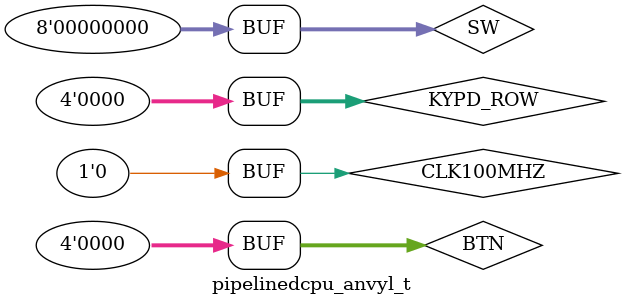
<source format=v>
`timescale 1ns / 1ps


module pipelinedcpu_anvyl_t;

	// Inputs
	reg CLK100MHZ;
	reg [7:0] SW;
	reg [3:0] BTN;
	reg [3:0] KYPD_ROW;

	// Outputs
	wire [7:0] LED;
	wire [6:0] SEG;
	wire [5:0] AN;
	wire [3:0] KYPD_COL;

	// Instantiate the Unit Under Test (UUT)
	pipelinedcpu_anvyl uut (
		.CLK100MHZ(CLK100MHZ), 
		.SW(SW), 
		.BTN(BTN), 
		.LED(LED), 
		.SEG(SEG), 
		.AN(AN), 
		.KYPD_ROW(KYPD_ROW), 
		.KYPD_COL(KYPD_COL)
	);

	initial begin
		// Initialize Inputs
		CLK100MHZ = 0;
		SW = 0;
		BTN = 0;
		KYPD_ROW = 0;

		// Wait 100 ns for global reset to finish
		#100;
        
		// Add stimulus here

	end
      
endmodule


</source>
